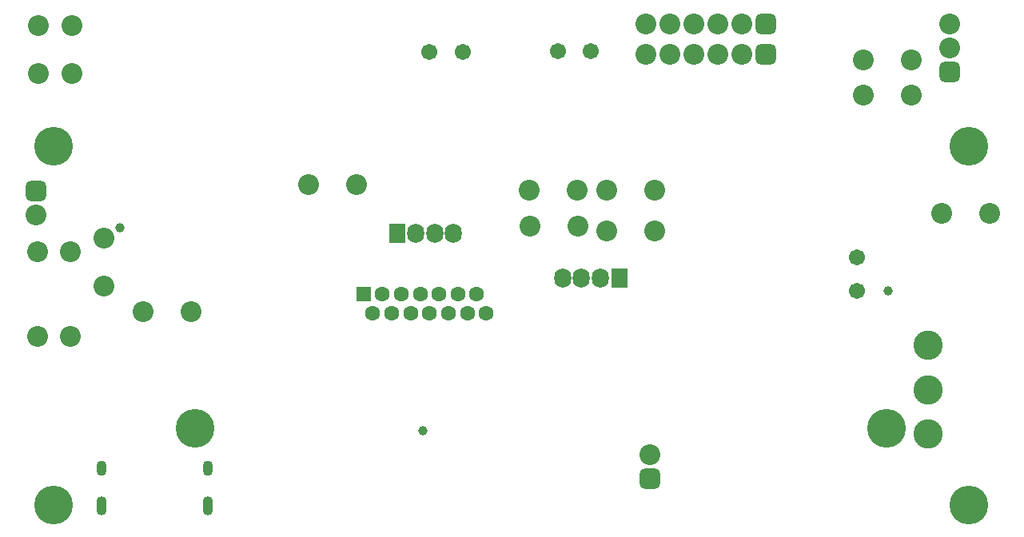
<source format=gbs>
G04*
G04 #@! TF.GenerationSoftware,Altium Limited,Altium Designer,18.1.7 (191)*
G04*
G04 Layer_Color=16711935*
%FSLAX44Y44*%
%MOMM*%
G71*
G01*
G75*
%ADD94C,1.0032*%
%ADD106C,1.6000*%
%ADD107R,1.6000X1.6000*%
%ADD108C,2.2032*%
%ADD109C,3.1000*%
G04:AMPARAMS|DCode=110|XSize=2.2032mm|YSize=2.2032mm|CornerRadius=0.6016mm|HoleSize=0mm|Usage=FLASHONLY|Rotation=0.000|XOffset=0mm|YOffset=0mm|HoleType=Round|Shape=RoundedRectangle|*
%AMROUNDEDRECTD110*
21,1,2.2032,1.0000,0,0,0.0*
21,1,1.0000,2.2032,0,0,0.0*
1,1,1.2032,0.5000,-0.5000*
1,1,1.2032,-0.5000,-0.5000*
1,1,1.2032,-0.5000,0.5000*
1,1,1.2032,0.5000,0.5000*
%
%ADD110ROUNDEDRECTD110*%
G04:AMPARAMS|DCode=111|XSize=2.2032mm|YSize=2.2032mm|CornerRadius=0.6016mm|HoleSize=0mm|Usage=FLASHONLY|Rotation=270.000|XOffset=0mm|YOffset=0mm|HoleType=Round|Shape=RoundedRectangle|*
%AMROUNDEDRECTD111*
21,1,2.2032,1.0000,0,0,270.0*
21,1,1.0000,2.2032,0,0,270.0*
1,1,1.2032,-0.5000,-0.5000*
1,1,1.2032,-0.5000,0.5000*
1,1,1.2032,0.5000,0.5000*
1,1,1.2032,0.5000,-0.5000*
%
%ADD111ROUNDEDRECTD111*%
%ADD112C,0.1000*%
%ADD113R,0.1000X0.1000*%
%ADD114O,1.1000X2.0000*%
%ADD115O,1.1000X1.6000*%
%ADD116C,4.1000*%
%ADD117C,1.7032*%
%ADD118O,1.8000X2.1000*%
%ADD119R,1.8000X2.1000*%
D94*
X425000Y103878D02*
D03*
X103753Y319000D02*
D03*
X918000Y252000D02*
D03*
D106*
X492000Y228000D02*
D03*
X482000Y248000D02*
D03*
X472000Y228000D02*
D03*
X462000Y248000D02*
D03*
X452000Y228000D02*
D03*
X442000Y248000D02*
D03*
X432000Y228000D02*
D03*
X422000Y248000D02*
D03*
X412000Y228000D02*
D03*
X402000Y248000D02*
D03*
X392000Y228000D02*
D03*
X382000Y248000D02*
D03*
X372000Y228000D02*
D03*
D107*
X362000Y248000D02*
D03*
D108*
X87500Y257100D02*
D03*
Y307900D02*
D03*
X15000Y331800D02*
D03*
X711900Y534600D02*
D03*
X737300D02*
D03*
X762700D02*
D03*
X686500D02*
D03*
X661100D02*
D03*
X711800Y502000D02*
D03*
X737200D02*
D03*
X762600D02*
D03*
X686400D02*
D03*
X661000D02*
D03*
X983000Y534900D02*
D03*
Y509500D02*
D03*
X665000Y78200D02*
D03*
X974100Y333500D02*
D03*
X1024900D02*
D03*
X891600Y496000D02*
D03*
X942400D02*
D03*
Y459500D02*
D03*
X891600D02*
D03*
X53500Y481600D02*
D03*
Y532400D02*
D03*
X17500D02*
D03*
Y481600D02*
D03*
X17000Y203500D02*
D03*
Y293500D02*
D03*
X52000Y203500D02*
D03*
Y293500D02*
D03*
X128553Y230000D02*
D03*
X179352D02*
D03*
X354400Y364500D02*
D03*
X303600Y364500D02*
D03*
X619600Y358500D02*
D03*
X670400D02*
D03*
X588415D02*
D03*
X537615D02*
D03*
X589400Y320000D02*
D03*
X538600D02*
D03*
X619700Y315000D02*
D03*
X670500D02*
D03*
D109*
X960000Y194000D02*
D03*
Y147000D02*
D03*
Y100000D02*
D03*
D110*
X15000Y357200D02*
D03*
X983000Y484100D02*
D03*
X665000Y52800D02*
D03*
D111*
X788100Y534600D02*
D03*
X788000Y502000D02*
D03*
D112*
X819647Y323572D02*
D03*
X897428Y401354D02*
D03*
X819647Y101572D02*
D03*
X897428Y179354D02*
D03*
D113*
X248500Y94700D02*
D03*
X348500D02*
D03*
D114*
X84800Y23750D02*
D03*
X197200D02*
D03*
D115*
Y63750D02*
D03*
X84800D02*
D03*
D116*
X183750Y106500D02*
D03*
X916250D02*
D03*
X1003500Y404950D02*
D03*
Y25000D02*
D03*
X33500D02*
D03*
Y405000D02*
D03*
D117*
X885000Y252000D02*
D03*
Y287000D02*
D03*
X603000Y506000D02*
D03*
X568000D02*
D03*
X432000Y504500D02*
D03*
X467000Y504500D02*
D03*
D118*
X457500Y313000D02*
D03*
X437500Y313000D02*
D03*
X417500Y313000D02*
D03*
X573000Y265000D02*
D03*
X593000D02*
D03*
X613000D02*
D03*
D119*
X397500Y313000D02*
D03*
X633000Y265000D02*
D03*
M02*

</source>
